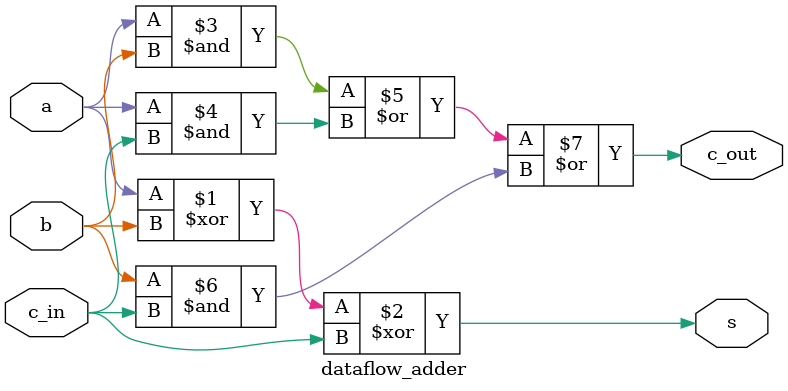
<source format=sv>



module dataflow_adder(
	input logic 		a, b, c_in,
	output logic 		s, c_out);



	assign s = a ^ b ^ c_in;
	assign c_out = (a & b) | (a & c_in) | (b & c_in);

endmodule



</source>
